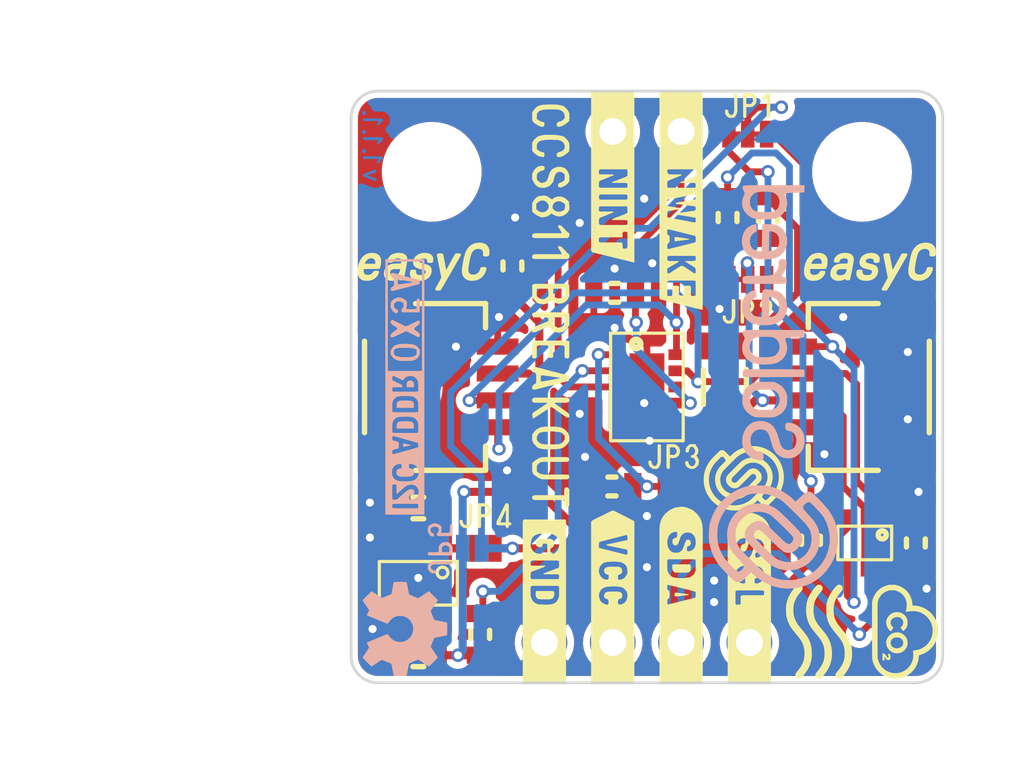
<source format=kicad_pcb>
(kicad_pcb (version 20210623) (generator pcbnew)
  (title_block (title "CCS811 breakout") (date "2021-06-10") (rev "V1.1.1.") (company "SOLDERED") (comment 1 "333009"))
  (layers (0 "F.Cu" signal) (31 "B.Cu" signal) (34 "B.Paste" user) (35 "F.Paste" user) (36 "B.SilkS" user "B.Silkscreen") (37 "F.SilkS" user "F.Silkscreen") (38 "B.Mask" user) (39 "F.Mask" user) (44 "Edge.Cuts" user))
  (net 0 "")
  (net 1 "3V3")
  (net 2 "GND")
  (net 3 "Net-(C2-Pad2)")
  (net 4 "SDA_PULL5")
  (net 5 "5V")
  (net 6 "SCL_PULL5")
  (net 7 "SDA_PULL3,3")
  (net 8 "SCL_PULL3,3")
  (net 9 "NWAKE")
  (net 10 "NINT")
  (net 11 "SCL5")
  (net 12 "SDA5")
  (net 13 "SDA3,3")
  (net 14 "SCL3,3")
  (net 15 "Net-(R2-Pad1)")
  (net 16 "Net-(U2-Pad4)")
  (net 18 "Net-(JP3-Pad1)")
  (footprint "buzzardLabel" (layer "F.Cu") (at 102.2 122.2 -90)
    (fp_text reference "" (at 0 0 90) (layer "F.SilkS") (effects (font (size 1.27 1.27))))
    (fp_text value "" (at 0 0 90) (layer "F.SilkS") (effects (font (size 1.27 1.27))))
  )
  (footprint "e-radionica.com footprinti:1206C" (layer "F.Cu") (at 108.7 125.2 -90)
    (fp_text reference "C1")
    (fp_text value "10uF")
    (pad "1" smd rect locked (at -1.525 0) (size 1.75 1) (layers "F.Cu" "F.Paste" "F.Mask") (net 2 "GND"))
    (pad "2" smd rect locked (at 1.525 0) (size 1.75 1) (layers "F.Cu" "F.Paste" "F.Mask") (net 1 "3V3"))
  )
  (footprint "Soldered Graphics:Logo-Back-OSH-3.5mm" (layer "F.Cu") (at 96.8 134.2 -90)
    (fp_text reference "G***" hide)
    (fp_text value "LOGO" hide)
  )
  (footprint "Soldered Graphics:Logo-Front-Soldered-3mm" (layer "F.Cu") (at 109.4 128.6 -90)
    (fp_text reference "G***" hide)
    (fp_text value "LOGO" hide)
  )
  (footprint "buzzardLabel" (layer "F.Cu") (at 109.55 122.4)
    (fp_text reference "" (at 0 0) (layer "F.SilkS") (effects (font (size 1.27 1.27))))
    (fp_text value "" (at 0 0) (layer "F.SilkS") (effects (font (size 1.27 1.27))))
  )
  (footprint "e-radionica.com footprinti:0603R" (layer "F.Cu") (at 104.6 121.7)
    (fp_text reference "R6")
    (fp_text value "4.7k")
    (pad "1" smd rect locked (at -0.775 0 90) (size 1 0.64) (layers "F.Cu" "F.Paste" "F.Mask") (net 2 "GND"))
    (pad "2" smd rect locked (at 0.775 0 90) (size 1 0.64) (layers "F.Cu" "F.Paste" "F.Mask") (net 9 "NWAKE"))
  )
  (footprint "buzzardLabel" (layer "F.Cu") (at 101.99 136.6 -90)
    (fp_text reference "" (at 0 0 90) (layer "F.SilkS") (effects (font (size 1.27 1.27))))
    (fp_text value "" (at 0 0 90) (layer "F.SilkS") (effects (font (size 1.27 1.27))))
  )
  (footprint "e-radionica.com footprinti:0603R" (layer "F.Cu") (at 100.8 120.7 -90)
    (fp_text reference "R1")
    (fp_text value "4.7k")
    (pad "1" smd rect locked (at -0.775 0) (size 1 0.64) (layers "F.Cu" "F.Paste" "F.Mask") (net 10 "NINT"))
    (pad "2" smd rect locked (at 0.775 0) (size 1 0.64) (layers "F.Cu" "F.Paste" "F.Mask") (net 1 "3V3"))
  )
  (footprint "buzzardLabel" (layer "F.Cu") (at 109.61 136.6 -90)
    (fp_text reference "" (at 0 0 90) (layer "F.SilkS") (effects (font (size 1.27 1.27))))
    (fp_text value "" (at 0 0 90) (layer "F.SilkS") (effects (font (size 1.27 1.27))))
  )
  (footprint "e-radionica.com footprinti:SMD_JUMPER_3_PAD_TRACE" (layer "F.Cu") (at 109.55 121.2)
    (fp_text reference "JP2")
    (fp_text value "SMD_JUMPER_3_PAD_TRACE")
    (fp_poly (pts (xy 0.45 0.05) (xy 0.25 0.05) (xy 0.25 -0.05) (xy 0.45 -0.05)) (layer "F.Cu") (width 0.1) (fill solid))
    (fp_poly (pts (xy -0.25 0.05) (xy -0.45 0.05) (xy -0.45 -0.05) (xy -0.25 -0.05)) (layer "F.Cu") (width 0.1) (fill solid))
    (pad "1" smd rect locked (at -0.7 0 180) (size 0.5 1) (layers "F.Cu" "F.Mask") (net 8 "SCL_PULL3,3"))
    (pad "2" smd custom locked (at 0 0 180) (size 0.5 1) (layers "F.Cu" "F.Mask") (net 1 "3V3") (options (clearance outline) (anchor rect)) (primitives))
    (pad "3" smd rect locked (at 0.7 0 180) (size 0.5 1) (layers "F.Cu" "F.Mask") (net 7 "SDA_PULL3,3"))
  )
  (footprint "e-radionica.com footprinti:0603R" (layer "F.Cu") (at 111.9 130.9 -90)
    (fp_text reference "R4")
    (fp_text value "10k")
    (pad "1" smd rect locked (at -0.775 0) (size 1 0.64) (layers "F.Cu" "F.Paste" "F.Mask") (net 6 "SCL_PULL5"))
    (pad "2" smd rect locked (at 0.775 0) (size 1 0.64) (layers "F.Cu" "F.Paste" "F.Mask") (net 11 "SCL5"))
  )
  (footprint "e-radionica.com footprinti:0603R" (layer "F.Cu") (at 99.6 134.4 -90)
    (fp_text reference "R2")
    (fp_text value "4.7k")
    (pad "1" smd rect locked (at -0.775 0) (size 1 0.64) (layers "F.Cu" "F.Paste" "F.Mask") (net 15 "Net-(R2-Pad1)"))
    (pad "2" smd rect locked (at 0.775 0) (size 1 0.64) (layers "F.Cu" "F.Paste" "F.Mask") (net 1 "3V3"))
  )
  (footprint "Soldered Graphics:Symbol-Front-Air-Quality" (layer "F.Cu") (at 112.2 134.3 90)
    (fp_text reference "G***" hide)
    (fp_text value "LOGO" hide)
  )
  (footprint "e-radionica.com footprinti:SMD-JUMPER-CONNECTED_TRACE_SLODERMASK" (layer "F.Cu") (at 99.8 131.2)
    (fp_text reference "JP4")
    (fp_text value "SMD-JUMPER-CONNECTED_TRACE_SLODERMASK")
    (fp_poly (pts (xy 0.1 0.1) (xy -0.1 0.1) (xy -0.1 -0.1) (xy 0.1 -0.1)) (layer "F.Cu") (width 0.1) (fill solid))
    (pad "1" smd rect locked (at -0.35 0) (size 0.5 1) (layers "F.Cu" "F.Mask") (net 3 "Net-(C2-Pad2)"))
    (pad "2" smd rect locked (at 0.35 0) (size 0.5 1) (layers "F.Cu" "F.Mask") (net 5 "5V"))
  )
  (footprint "e-radionica.com footprinti:SOT-23-5" (layer "F.Cu") (at 97.3 132.5 -90)
    (fp_text reference "U3")
    (fp_text value "SE5218")
    (pad "1" smd rect (at -1.3 -0.95 270) (size 1.1 0.6) (layers "F.Cu" "F.Paste" "F.Mask") (net 3 "Net-(C2-Pad2)"))
    (pad "2" smd rect (at -1.3 0 270) (size 1.1 0.6) (layers "F.Cu" "F.Paste" "F.Mask") (net 2 "GND"))
    (pad "3" smd rect (at -1.3 0.95 270) (size 1.1 0.6) (layers "F.Cu" "F.Paste" "F.Mask") (net 3 "Net-(C2-Pad2)"))
    (pad "4" smd rect (at 1.3 0.95 270) (size 1.1 0.6) (layers "F.Cu" "F.Paste" "F.Mask"))
    (pad "5" smd rect (at 1.3 -0.95 270) (size 1.1 0.6) (layers "F.Cu" "F.Paste" "F.Mask") (net 1 "3V3"))
  )
  (footprint "buzzardLabel" (layer "F.Cu") (at 104.53 136.6 -90)
    (fp_text reference "" (at 0 0 90) (layer "F.SilkS") (effects (font (size 1.27 1.27))))
    (fp_text value "" (at 0 0 90) (layer "F.SilkS") (effects (font (size 1.27 1.27))))
  )
  (footprint "e-radionica.com footprinti:0603R" (layer "F.Cu") (at 115.8 131 90)
    (fp_text reference "R7")
    (fp_text value "10k")
    (pad "1" smd rect locked (at -0.775 0 180) (size 1 0.64) (layers "F.Cu" "F.Paste" "F.Mask") (net 12 "SDA5"))
    (pad "2" smd rect locked (at 0.775 0 180) (size 1 0.64) (layers "F.Cu" "F.Paste" "F.Mask") (net 4 "SDA_PULL5"))
  )
  (footprint "e-radionica.com footprinti:0603R" (layer "F.Cu") (at 110.3 118.9 90)
    (fp_text reference "R3")
    (fp_text value "10k")
    (pad "1" smd rect locked (at -0.775 0 180) (size 1 0.64) (layers "F.Cu" "F.Paste" "F.Mask") (net 7 "SDA_PULL3,3"))
    (pad "2" smd rect locked (at 0.775 0 180) (size 1 0.64) (layers "F.Cu" "F.Paste" "F.Mask") (net 13 "SDA3,3"))
  )
  (footprint "e-radionica.com footprinti:0603R" (layer "F.Cu") (at 108.8 118.9 -90)
    (fp_text reference "R8")
    (fp_text value "10k")
    (pad "1" smd rect locked (at -0.775 0) (size 1 0.64) (layers "F.Cu" "F.Paste" "F.Mask") (net 14 "SCL3,3"))
    (pad "2" smd rect locked (at 0.775 0) (size 1 0.64) (layers "F.Cu" "F.Paste" "F.Mask") (net 8 "SCL_PULL3,3"))
  )
  (footprint "Soldered Graphics:Logo-Front-easyC-5mm" (layer "F.Cu") (at 114.1 120.7)
    (fp_text reference "G***" hide)
    (fp_text value "LOGO" hide)
  )
  (footprint "e-radionica.com footprinti:FIDUCIAL_23" (layer "F.Cu") (at 96.6 125.2 -90)
    (fp_text reference "FD1")
    (fp_text value "FIDUCIAL")
    (fp_circle (center 0 0) (end 1 0) (layer "F.Cu") (width 0.2) (fill none))
    (pad "1" smd circle (at 0 0 270) (size 1 1) (layers "F.Cu" "F.Paste" "F.Mask") (clearance 1.1))
  )
  (footprint "e-radionica.com footprinti:easyC-connector" (layer "F.Cu") (at 98.1 125.2 90)
    (fp_text reference "K3")
    (fp_text value "easyC-SMD")
    (pad "1" smd rect locked (at -1.5 2.15 90) (size 0.6 1.55) (layers "F.Cu" "F.Paste" "F.Mask") (net 14 "SCL3,3"))
    (pad "2" smd rect locked (at -0.5 2.15 90) (size 0.6 1.55) (layers "F.Cu" "F.Paste" "F.Mask") (net 13 "SDA3,3"))
    (pad "3" smd rect locked (at 0.5 2.15 90) (size 0.6 1.55) (layers "F.Cu" "F.Paste" "F.Mask") (net 1 "3V3"))
    (pad "4" smd rect locked (at 1.5 2.15 90) (size 0.6 1.55) (layers "F.Cu" "F.Paste" "F.Mask") (net 2 "GND"))
    (pad "5" smd rect locked (at -2.6 -2.15 90) (size 1.2 1.8) (layers "F.Cu" "F.Paste" "F.Mask") (net 2 "GND"))
    (pad "5" smd rect locked (at 2.6 -2.15 90) (size 1.2 1.8) (layers "F.Cu" "F.Paste" "F.Mask") (net 2 "GND"))
  )
  (footprint "Soldered Graphics:Symbol-Front-CO2" (layer "F.Cu") (at 115.4 134.3 -90)
    (fp_text reference "G***" hide)
    (fp_text value "LOGO" hide)
  )
  (footprint "buzzardLabel" (layer "F.Cu") (at 109.55 114.75)
    (fp_text reference "" (at 0 0) (layer "F.SilkS") (effects (font (size 1.27 1.27))))
    (fp_text value "" (at 0 0) (layer "F.SilkS") (effects (font (size 1.27 1.27))))
  )
  (footprint "e-radionica.com footprinti:0603C" (layer "F.Cu") (at 97.3 135.2)
    (fp_text reference "C3")
    (fp_text value "2.2uF")
    (pad "1" smd rect locked (at -0.73 0) (size 0.66 1) (layers "F.Cu" "F.Paste" "F.Mask") (net 2 "GND"))
    (pad "2" smd rect locked (at 0.73 0) (size 0.66 1) (layers "F.Cu" "F.Paste" "F.Mask") (net 1 "3V3"))
  )
  (footprint "Soldered Graphics:Logo-Back-SolderedFULL-15mm" (layer "F.Cu") (at 110.5 125.2 -90)
    (fp_text reference "REF**" hide)
    (fp_text value "Logo-Front-SolderedFULL-15mm" hide)
  )
  (footprint "buzzardLabel" (layer "F.Cu") (at 107.07 136.6 -90)
    (fp_text reference "" (at 0 0 90) (layer "F.SilkS") (effects (font (size 1.27 1.27))))
    (fp_text value "" (at 0 0 90) (layer "F.SilkS") (effects (font (size 1.27 1.27))))
  )
  (footprint "buzzardLabel" (layer "F.Cu") (at 99.8 130)
    (fp_text reference "" (at 0 0) (layer "F.SilkS") (effects (font (size 1.27 1.27))))
    (fp_text value "" (at 0 0) (layer "F.SilkS") (effects (font (size 1.27 1.27))))
  )
  (footprint "buzzardLabel" (layer "F.Cu") (at 104.53 113.8 -90)
    (fp_text reference "" (at 0 0 90) (layer "F.SilkS") (effects (font (size 1.27 1.27))))
    (fp_text value "" (at 0 0 90) (layer "F.SilkS") (effects (font (size 1.27 1.27))))
  )
  (footprint "e-radionica.com footprinti:SOT-363" (layer "F.Cu") (at 113.9 131 -90)
    (fp_text reference "U1")
    (fp_text value "NMOS-DUAL")
    (pad "1" smd rect locked (at -0.92 -0.65) (size 0.3 0.66) (layers "F.Cu" "F.Paste" "F.Mask") (net 13 "SDA3,3"))
    (pad "2" smd rect locked (at -0.92 0) (size 0.3 0.66) (layers "F.Cu" "F.Paste" "F.Mask") (net 1 "3V3"))
    (pad "3" smd rect locked (at -0.92 0.65) (size 0.3 0.66) (layers "F.Cu" "F.Paste" "F.Mask") (net 11 "SCL5"))
    (pad "4" smd rect locked (at 0.92 0.65) (size 0.3 0.66) (layers "F.Cu" "F.Paste" "F.Mask") (net 14 "SCL3,3"))
    (pad "5" smd rect locked (at 0.92 0) (size 0.3 0.66) (layers "F.Cu" "F.Paste" "F.Mask") (net 1 "3V3"))
    (pad "6" smd rect locked (at 0.92 -0.65) (size 0.3 0.66) (layers "F.Cu" "F.Paste" "F.Mask") (net 12 "SDA5"))
  )
  (footprint "e-radionica.com footprinti:easyC-connector" (layer "F.Cu") (at 113.5 125.2 -90)
    (fp_text reference "K4")
    (fp_text value "easyC-SMD")
    (pad "1" smd rect locked (at -1.5 2.15 270) (size 0.6 1.55) (layers "F.Cu" "F.Paste" "F.Mask") (net 14 "SCL3,3"))
    (pad "2" smd rect locked (at -0.5 2.15 270) (size 0.6 1.55) (layers "F.Cu" "F.Paste" "F.Mask") (net 13 "SDA3,3"))
    (pad "3" smd rect locked (at 0.5 2.15 270) (size 0.6 1.55) (layers "F.Cu" "F.Paste" "F.Mask") (net 1 "3V3"))
    (pad "4" smd rect locked (at 1.5 2.15 270) (size 0.6 1.55) (layers "F.Cu" "F.Paste" "F.Mask") (net 2 "GND"))
    (pad "5" smd rect locked (at -2.6 -2.15 270) (size 1.2 1.8) (layers "F.Cu" "F.Paste" "F.Mask") (net 2 "GND"))
    (pad "5" smd rect locked (at 2.6 -2.15 270) (size 1.2 1.8) (layers "F.Cu" "F.Paste" "F.Mask") (net 2 "GND"))
  )
  (footprint "e-radionica.com footprinti:CCS811" (layer "F.Cu") (at 105.8 125.2)
    (fp_text reference "U2")
    (fp_text value "CCS811B-JOPR")
    (pad "1" smd rect (at -1.1 -1.2) (size 0.6 0.4) (layers "F.Cu" "F.Paste" "F.Mask") (net 18 "Net-(JP3-Pad1)"))
    (pad "2" smd rect (at -1.1 -0.6) (size 0.6 0.4) (layers "F.Cu" "F.Paste" "F.Mask") (net 15 "Net-(R2-Pad1)"))
    (pad "3" smd rect (at -1.1 0) (size 0.6 0.4) (layers "F.Cu" "F.Paste" "F.Mask") (net 10 "NINT"))
    (pad "4" smd rect (at -1.1 0.6) (size 0.6 0.4) (layers "F.Cu" "F.Paste" "F.Mask") (net 16 "Net-(U2-Pad4)"))
    (pad "5" smd rect (at -1.1 1.2) (size 0.6 0.4) (layers "F.Cu" "F.Paste" "F.Mask") (net 16 "Net-(U2-Pad4)"))
    (pad "6" smd rect (at 1.1 1.2) (size 0.6 0.4) (layers "F.Cu" "F.Paste" "F.Mask") (net 1 "3V3"))
    (pad "7" smd rect (at 1.1 0.6) (size 0.6 0.4) (layers "F.Cu" "F.Paste" "F.Mask") (net 9 "NWAKE"))
    (pad "8" smd rect (at 1.1 0) (size 0.6 0.4) (layers "F.Cu" "F.Paste" "F.Mask"))
    (pad "9" smd rect (at 1.1 -0.6) (size 0.6 0.4) (layers "F.Cu" "F.Paste" "F.Mask") (net 13 "SDA3,3"))
    (pad "10" smd rect (at 1.1 -1.2) (size 0.6 0.4) (layers "F.Cu" "F.Paste" "F.Mask") (net 14 "SCL3,3"))
    (pad "11" smd rect (at 0 0) (size 1.3 2.5) (layers "F.Cu" "F.Paste" "F.Mask") (net 2 "GND"))
  )
  (footprint "buzzardLabel" (layer "F.Cu") (at 106.8 127.8)
    (fp_text reference "" (at 0 0) (layer "F.SilkS") (effects (font (size 1.27 1.27))))
    (fp_text value "" (at 0 0) (layer "F.SilkS") (effects (font (size 1.27 1.27))))
  )
  (footprint "buzzardLabel" (layer "F.Cu") (at 107.07 113.8 -90)
    (fp_text reference "" (at 0 0 90) (layer "F.SilkS") (effects (font (size 1.27 1.27))))
    (fp_text value "" (at 0 0 90) (layer "F.SilkS") (effects (font (size 1.27 1.27))))
  )
  (footprint "e-radionica.com footprinti:0603C" (layer "F.Cu") (at 97.3 129.7)
    (fp_text reference "C2")
    (fp_text value "2.2uF")
    (pad "1" smd rect locked (at -0.73 0) (size 0.66 1) (layers "F.Cu" "F.Paste" "F.Mask") (net 2 "GND"))
    (pad "2" smd rect locked (at 0.73 0) (size 0.66 1) (layers "F.Cu" "F.Paste" "F.Mask") (net 3 "Net-(C2-Pad2)"))
  )
  (footprint "e-radionica.com footprinti:0603R" (layer "F.Cu") (at 104.5 128.9)
    (fp_text reference "R5")
    (fp_text value "4.7k")
    (pad "1" smd rect locked (at -0.775 0 90) (size 1 0.64) (layers "F.Cu" "F.Paste" "F.Mask") (net 2 "GND"))
    (pad "2" smd rect locked (at 0.775 0 90) (size 1 0.64) (layers "F.Cu" "F.Paste" "F.Mask") (net 18 "Net-(JP3-Pad1)"))
  )
  (footprint "e-radionica.com footprinti:HOLE_3.2mm" (layer "F.Cu") (at 113.8 117.2 -90)
    (fp_text reference "H2" hide)
    (fp_text value "HOLE_3.2mm" hide)
    (pad "" np_thru_hole circle locked (at 0 0 270) (size 3.2 3.2) (drill 3.2) (layers F&B.Cu *.Mask))
  )
  (footprint "e-radionica.com footprinti:SMD_JUMPER_3_PAD_TRACE" (layer "F.Cu") (at 109.55 115.8)
    (fp_text reference "JP1")
    (fp_text value "SMD_JUMPER_3_PAD_TRACE")
    (fp_poly (pts (xy -0.25 0.05) (xy -0.45 0.05) (xy -0.45 -0.05) (xy -0.25 -0.05)) (layer "F.Cu") (width 0.1) (fill solid))
    (fp_poly (pts (xy 0.45 0.05) (xy 0.25 0.05) (xy 0.25 -0.05) (xy 0.45 -0.05)) (layer "F.Cu") (width 0.1) (fill solid))
    (pad "1" smd rect locked (at -0.7 0 180) (size 0.5 1) (layers "F.Cu" "F.Mask") (net 6 "SCL_PULL5"))
    (pad "2" smd custom locked (at 0 0 180) (size 0.5 1) (layers "F.Cu" "F.Mask") (net 5 "5V") (options (clearance outline) (anchor rect)) (primitives))
    (pad "3" smd rect locked (at 0.7 0 180) (size 0.5 1) (layers "F.Cu" "F.Mask") (net 4 "SDA_PULL5"))
  )
  (footprint "e-radionica.com footprinti:HOLE_3.2mm" (layer "F.Cu") (at 97.8 117.2 -90)
    (fp_text reference "H1" hide)
    (fp_text value "HOLE_3.2mm" hide)
    (pad "" np_thru_hole circle locked (at 0 0 270) (size 3.2 3.2) (drill 3.2) (layers F&B.Cu *.Mask))
  )
  (footprint "Soldered Graphics:Logo-Front-easyC-5mm" (layer "F.Cu") (at 97.5 120.7)
    (fp_text reference "G***" hide)
    (fp_text value "LOGO" hide)
  )
  (footprint "e-radionica.com footprinti:SMD_JUMPER" (layer "F.Cu") (at 106.8 128.9)
    (fp_text reference "JP3")
    (fp_text value "SMD_JUMPER")
    (pad "1" smd rect locked (at -0.35 0) (size 0.5 1) (layers "F.Cu" "F.Mask") (net 18 "Net-(JP3-Pad1)"))
    (pad "2" smd rect locked (at 0.35 0) (size 0.5 1) (layers "F.Cu" "F.Mask") (net 1 "3V3"))
  )
  (footprint "e-radionica.com footprinti:HEADER_MALE_2X1" (layer "B.Cu") (at 105.8 115.7)
    (fp_text reference "K1")
    (fp_text value "HEADER_MALE_2X1")
    (pad "1" thru_hole circle locked (at -1.27 0) (size 1.524 1.524) (drill 1) (layers *.Cu *.Mask) (net 10 "NINT"))
    (pad "2" thru_hole circle locked (at 1.27 0) (size 1.524 1.524) (drill 1) (layers *.Cu *.Mask) (net 9 "NWAKE"))
  )
  (footprint "e-radionica.com footprinti:SMD_JUMPER" (layer "B.Cu") (at 99.3 131.2 180)
    (fp_text reference "JP5")
    (fp_text value "SMD_JUMPER")
    (pad "1" smd rect locked (at -0.35 0 180) (size 0.5 1) (layers "B.Cu" "B.Mask") (net 5 "5V"))
    (pad "2" smd rect locked (at 0.35 0 180) (size 0.5 1) (layers "B.Cu" "B.Mask") (net 1 "3V3"))
  )
  (footprint "buzzardLabel" (layer "B.Cu") (at 98.1 131.2 90)
    (fp_text reference "" (at 0 0 90) (layer "B.SilkS") (effects (font (size 1.27 1.27)) (justify mirror)))
    (fp_text value "" (at 0 0 90) (layer "B.SilkS") (effects (font (size 1.27 1.27)) (justify mirror)))
  )
  (footprint "buzzardLabel" (layer "B.Cu") (at 96.8 122.6 90)
    (fp_text reference "" (at 0 0 90) (layer "B.SilkS") (effects (font (size 1.27 1.27)) (justify mirror)))
    (fp_text value "" (at 0 0 90) (layer "B.SilkS") (effects (font (size 1.27 1.27)) (justify mirror)))
  )
  (footprint "Soldered Graphics:Version1.1.1." (layer "B.Cu") (at 95.6 116.2 90)
    (fp_text reference "REF**" hide)
    (fp_text value "Version1.1.1." hide)
    (fp_poly (pts (xy 0.21 -0.35) (xy 0.26 -0.35) (xy 0.28 -0.31) (xy 0.28 0.35) (xy 0.24 0.38) (xy 0.19 0.38) (xy 0.15 0.34) (xy 0.04 0.22) (xy 0.02 0.17) (xy 0.05 0.16) (xy 0.14 0.22) (xy 0.18 0.23) (xy 0.18 -0.31) (xy 0.21 -0.35)) (layer "B.Cu") (width 0.01) (fill solid))
    (fp_poly (pts (xy -0.5 -0.35) (xy -0.44 -0.35) (xy -0.43 -0.31) (xy -0.43 0.35) (xy -0.46 0.38) (xy -0.52 0.38) (xy -0.55 0.34) (xy -0.67 0.22) (xy -0.68 0.17) (xy -0.65 0.16) (xy -0.56 0.22) (xy -0.52 0.23) (xy -0.52 -0.31) (xy -0.5 -0.35)) (layer "B.Cu") (width 0.01) (fill solid))
    (fp_poly (pts (xy 0.43 -0.38) (xy 0.48 -0.38) (xy 0.54 -0.37) (xy 0.54 -0.33) (xy 0.54 -0.27) (xy 0.5 -0.26) (xy 0.45 -0.26) (xy 0.42 -0.29) (xy 0.42 -0.34) (xy 0.43 -0.38)) (layer "B.Cu") (width 0.01) (fill solid))
    (fp_poly (pts (xy -1.15 -0.35) (xy -1.1 -0.35) (xy -1.07 -0.31) (xy -0.92 0.1) (xy -0.94 0.13) (xy -0.99 0.13) (xy -1.02 0.1) (xy -1.11 -0.16) (xy -1.13 -0.21) (xy -1.15 -0.17) (xy -1.24 0.09) (xy -1.26 0.13) (xy -1.32 0.13) (xy -1.34 0.1) (xy -1.18 -0.31) (xy -1.15 -0.35)) (layer "B.Cu") (width 0.01) (fill solid))
    (fp_poly (pts (xy 0.91 -0.35) (xy 0.96 -0.35) (xy 0.98 -0.31) (xy 0.98 0.35) (xy 0.95 0.38) (xy 0.89 0.38) (xy 0.86 0.34) (xy 0.74 0.22) (xy 0.73 0.17) (xy 0.76 0.16) (xy 0.85 0.22) (xy 0.89 0.23) (xy 0.89 -0.31) (xy 0.91 -0.35)) (layer "B.Cu") (width 0.01) (fill solid))
    (fp_poly (pts (xy 1.14 -0.38) (xy 1.19 -0.38) (xy 1.24 -0.37) (xy 1.25 -0.33) (xy 1.25 -0.27) (xy 1.2 -0.26) (xy 1.15 -0.26) (xy 1.12 -0.29) (xy 1.12 -0.34) (xy 1.14 -0.38)) (layer "B.Cu") (width 0.01) (fill solid))
    (fp_poly (pts (xy -0.27 -0.38) (xy -0.22 -0.38) (xy -0.17 -0.37) (xy -0.16 -0.33) (xy -0.16 -0.27) (xy -0.21 -0.26) (xy -0.26 -0.26) (xy -0.29 -0.29) (xy -0.29 -0.34) (xy -0.27 -0.38)) (layer "B.Cu") (width 0.01) (fill solid))
  )
  (footprint "e-radionica.com footprinti:HEADER_MALE_4X1" (layer "B.Cu") (at 105.8 134.7)
    (fp_text reference "K2")
    (fp_text value "HEADER_MALE_4X1")
    (pad "1" thru_hole circle locked (at -3.81 0) (size 1.7 1.7) (drill 1) (layers *.Cu *.Mask) (net 2 "GND"))
    (pad "2" thru_hole circle locked (at -1.27 0) (size 1.7 1.7) (drill 1) (layers *.Cu *.Mask) (net 5 "5V"))
    (pad "3" thru_hole circle locked (at 1.27 0) (size 1.7 1.7) (drill 1) (layers *.Cu *.Mask) (net 12 "SDA5"))
    (pad "4" thru_hole circle locked (at 3.81 0) (size 1.7 1.7) (drill 1) (layers *.Cu *.Mask) (net 11 "SCL5"))
  )
  (footprint "Soldered Graphics:Symbol-Front-I2C-ADDR-Field" (layer "B.Cu") (at 96.8 125.2 90)
    (fp_text reference "REF**" hide)
    (fp_text value "Symbol-Front-I2C-ADDR-Field" hide)
  )
  (gr_line (start 95.8 114.2) (end 115.8 114.2) (layer "Edge.Cuts") (width 0.1))
  (gr_arc (start 95.8 135.2) (end 95.8 136.2) (angle 90) (layer "Edge.Cuts") (width 0.1))
  (gr_line (start 116.8 115.2) (end 116.8 135.2) (layer "Edge.Cuts") (width 0.1))
  (gr_arc (start 115.8 115.2) (end 116.8 115.2) (angle -90) (layer "Edge.Cuts") (width 0.1))
  (gr_arc (start 115.8 135.2) (end 116.8 135.2) (angle 90) (layer "Edge.Cuts") (width 0.1))
  (gr_arc (start 95.8 115.2) (end 94.8 115.2) (angle 90) (layer "Edge.Cuts") (width 0.1))
  (gr_line (start 115.8 136.2) (end 95.8 136.2) (layer "Edge.Cuts") (width 0.1))
  (gr_line (start 94.8 135.2) (end 94.8 115.2) (layer "Edge.Cuts") (width 0.1))
  (segment (start 103.4 130.7) (end 101.8 129.1) (width 0.3) (layer "F.Cu") (net 1))
  (segment (start 101.8 122.8) (end 101.8 125.1) (width 0.3) (layer "F.Cu") (net 1))
  (segment (start 106.2 130.7) (end 103.4 130.7) (width 0.3) (layer "F.Cu") (net 1))
  (segment (start 113.9 130.08) (end 113.9 131.92) (width 0.254) (layer "F.Cu") (net 1))
  (segment (start 101.8 129.1) (end 100.7 129.1) (width 0.3) (layer "F.Cu") (net 1))
  (segment (start 99 129.1) (end 100.7 129.1) (width 0.3) (layer "F.Cu") (net 1))
  (segment (start 98.03 134.67) (end 98.03 135.2) (width 0.3) (layer "F.Cu") (net 1))
  (segment (start 107.15 129.75) (end 106.2 130.7) (width 0.3) (layer "F.Cu") (net 1))
  (segment (start 109.55 120.604293) (end 109.536566 120.590859) (width 0.254) (layer "F.Cu") (net 1))
  (segment (start 110.1 125.7) (end 109.825 125.7) (width 0.3) (layer "F.Cu") (net 1))
  (segment (start 100.9 129.1) (end 101.8 128.2) (width 0.3) (layer "F.Cu") (net 1))
  (segment (start 113.9 129.7) (end 113.1 128.9) (width 0.254) (layer "F.Cu") (net 1))
  (segment (start 113.9 130.08) (end 113.9 129.7) (width 0.254) (layer "F.Cu") (net 1))
  (segment (start 98.25 133.8) (end 98.25 134.45) (width 0.3) (layer "F.Cu") (net 1))
  (segment (start 107.15 128.9) (end 107.15 127.3) (width 0.3) (layer "F.Cu") (net 1))
  (segment (start 111.35 125.7) (end 110.1 125.7) (width 0.3) (layer "F.Cu") (net 1))
  (segment (start 109.55 121.2) (end 109.55 120.604293) (width 0.254) (layer "F.Cu") (net 1))
  (segment (start 112.5 125.7) (end 111.35 125.7) (width 0.254) (layer "F.Cu") (net 1))
  (segment (start 101.8 125.1) (end 101.4 124.7) (width 0.3) (layer "F.Cu") (net 1))
  (segment (start 101.8 128.2) (end 101.8 125.1) (width 0.3) (layer "F.Cu") (net 1))
  (segment (start 98.25 134.45) (end 98.03 134.67) (width 0.3) (layer "F.Cu") (net 1))
  (segment (start 113.1 128.9) (end 113.1 126.3) (width 0.254) (layer "F.Cu") (net 1))
  (segment (start 107.15 127.3) (end 107.725 126.725) (width 0.3) (layer "F.Cu") (net 1))
  (segment (start 98.055 135.175) (end 98.03 135.2) (width 0.3) (layer "F.Cu") (net 1))
  (segment (start 98.375 135.175) (end 98.055 135.175) (width 0.3) (layer "F.Cu") (net 1))
  (segment (start 101.4 124.7) (end 100.25 124.7) (width 0.3) (layer "F.Cu") (net 1))
  (segment (start 107.15 128.9) (end 107.15 129.75) (width 0.3) (layer "F.Cu") (net 1))
  (segment (start 109.825 125.7) (end 108.8 126.725) (width 0.3) (layer "F.Cu") (net 1))
  (segment (start 99.6 135.175) (end 98.375 135.175) (width 0.3) (layer "F.Cu") (net 1))
  (segment (start 113.1 126.3) (end 112.5 125.7) (width 0.254) (layer "F.Cu") (net 1))
  (segment (start 107.725 126.725) (end 107.225 126.725) (width 0.3) (layer "F.Cu") (net 1))
  (segment (start 100.8 121.8) (end 101.8 122.8) (width 0.3) (layer "F.Cu") (net 1))
  (segment (start 107.225 126.725) (end 106.9 126.4) (width 0.3) (layer "F.Cu") (net 1))
  (segment (start 100.7 129.1) (end 100.9 129.1) (width 0.3) (layer "F.Cu") (net 1))
  (segment (start 108.8 126.725) (end 107.725 126.725) (width 0.3) (layer "F.Cu") (net 1))
  (segment (start 100.8 121.475) (end 100.8 121.8) (width 0.3) (layer "F.Cu") (net 1))
  (segment (start 98.375 135.175) (end 98.205 135.175) (width 0.3) (layer "F.Cu") (net 1))
  (via (at 99 129.1) (size 0.5) (drill 0.3) (layers "F.Cu" "B.Cu") (net 1))
  (via (at 109.536566 120.590859) (size 0.5) (drill 0.3) (layers "F.Cu" "B.Cu") (net 1))
  (via (at 110.1 125.7) (size 0.5) (drill 0.3) (layers "F.Cu" "B.Cu") (net 1))
  (via (at 98.775 135.175) (size 0.5) (drill 0.3) (layers "F.Cu" "B.Cu") (net 1))
  (segment (start 98.95 129.15) (end 98.95 131.2) (width 0.3) (layer "B.Cu") (net 1))
  (segment (start 109.6 120.654293) (end 109.6 125.2) (width 0.254) (layer "B.Cu") (net 1))
  (segment (start 109.536566 120.590859) (end 109.6 120.654293) (width 0.254) (layer "B.Cu") (net 1))
  (segment (start 98.95 135) (end 98.775 135.175) (width 0.3) (layer "B.Cu") (net 1))
  (segment (start 98.95 131.2) (end 98.95 135) (width 0.3) (layer "B.Cu") (net 1))
  (segment (start 99 129.1) (end 98.95 129.15) (width 0.3) (layer "B.Cu") (net 1))
  (segment (start 109.6 125.2) (end 110.1 125.7) (width 0.254) (layer "B.Cu") (net 1))
  (via (at 105.9 127.2) (size 0.5) (drill 0.3) (layers "F.Cu" "B.Cu") (net 2))
  (via (at 104.6 123) (size 0.5) (drill 0.3) (layers "F.Cu" "B.Cu") (net 2))
  (via (at 115.5 126.4) (size 0.5) (drill 0.3) (layers "F.Cu" "B.Cu") (net 2))
  (via (at 105.8 130) (size 0.5) (drill 0.3) (layers "F.Cu" "B.Cu") (net 2))
  (via (at 105.7 118.2) (size 0.5) (drill 0.3) (layers "F.Cu" "B.Cu") (net 2))
  (via (at 108.5 122.3) (size 0.5) (drill 0.3) (layers "F.Cu" "B.Cu") (net 2))
  (via (at 105.8 131.9) (size 0.5) (drill 0.3) (layers "F.Cu" "B.Cu") (net 2))
  (via (at 95.6 134.2) (size 0.5) (drill 0.3) (layers "F.Cu" "B.Cu") (net 2))
  (via (at 100.6 128.3) (size 0.5) (drill 0.3) (layers "F.Cu" "B.Cu") (net 2))
  (via (at 112.4 127.7) (size 0.5) (drill 0.3) (layers "F.Cu" "B.Cu") (net 2))
  (via (at 95.5 129.5) (size 0.5) (drill 0.3) (layers "F.Cu" "B.Cu") (net 2))
  (via (at 103.5 127.8) (size 0.5) (drill 0.3) (layers "F.Cu" "B.Cu") (net 2))
  (via (at 100.9 118.9) (size 0.5) (drill 0.3) (layers "F.Cu" "B.Cu") (net 2))
  (via (at 104.6 120.8) (size 0.5) (drill 0.3) (layers "F.Cu" "B.Cu") (net 2))
  (via (at 108.3 132.4) (size 0.5) (drill 0.3) (layers "F.Cu" "B.Cu") (net 2))
  (via (at 115.9 129.1) (size 0.5) (drill 0.3) (layers "F.Cu" "B.Cu") (net 2))
  (via (at 115.5 123.9) (size 0.5) (drill 0.3) (layers "F.Cu" "B.Cu") (net 2))
  (via (at 113.1 122.6) (size 0.5) (drill 0.3) (layers "F.Cu" "B.Cu") (net 2))
  (via (at 106 120.6) (size 0.5) (drill 0.3) (layers "F.Cu" "B.Cu") (net 2))
  (via (at 105.7 125.8) (size 0.5) (drill 0.3) (layers "F.Cu" "B.Cu") (net 2))
  (via (at 116.2 132.7) (size 0.5) (drill 0.3) (layers "F.Cu" "B.Cu") (net 2))
  (via (at 97.3 132.3) (size 0.5) (drill 0.3) (layers "F.Cu" "B.Cu") (net 2))
  (via (at 100.3 122.6) (size 0.5) (drill 0.3) (layers "F.Cu" "B.Cu") (net 2))
  (via (at 95.5 130.8) (size 0.5) (drill 0.3) (layers "F.Cu" "B.Cu") (net 2))
  (via (at 108.3 133.2) (size 0.5) (drill 0.3) (layers "F.Cu" "B.Cu") (net 2))
  (via (at 98.7 123.7) (size 0.5) (drill 0.3) (layers "F.Cu" "B.Cu") (net 2))
  (via (at 103.3 126.2) (size 0.5) (drill 0.3) (layers "F.Cu" "B.Cu") (net 2))
  (via (at 103.3 119.1) (size 0.5) (drill 0.3) (layers "F.Cu" "B.Cu") (net 2))
  (segment (start 98.25 132.45) (end 98.25 131.2) (width 0.254) (layer "F.Cu") (net 3))
  (segment (start 96.35 132.45) (end 97 133.1) (width 0.254) (layer "F.Cu") (net 3))
  (segment (start 98.03 130.13) (end 98.25 130.35) (width 0.3) (layer "F.Cu") (net 3))
  (segment (start 98.03 129.7) (end 98.03 130.13) (width 0.3) (layer "F.Cu") (net 3))
  (segment (start 96.35 132.45) (end 96.35 131.2) (width 0.254) (layer "F.Cu") (net 3))
  (segment (start 97.6 133.1) (end 98.25 132.45) (width 0.254) (layer "F.Cu") (net 3))
  (segment (start 99.45 131.2) (end 98.25 131.2) (width 0.3) (layer "F.Cu") (net 3))
  (segment (start 98.25 130.35) (end 98.25 131.2) (width 0.3) (layer "F.Cu") (net 3))
  (segment (start 97 133.1) (end 97.6 133.1) (width 0.254) (layer "F.Cu") (net 3))
  (segment (start 99 131.2) (end 98.25 131.2) (width 0.3) (layer "F.Cu") (net 3))
  (segment (start 115.775 130.225) (end 115.8 130.225) (width 0.254) (layer "F.Cu") (net 4))
  (segment (start 111.6 116.9) (end 111.6 118.8) (width 0.254) (layer "F.Cu") (net 4))
  (segment (start 114.1 121.3) (end 114.1 128.55) (width 0.254) (layer "F.Cu") (net 4))
  (segment (start 114.1 128.55) (end 115.775 130.225) (width 0.254) (layer "F.Cu") (net 4))
  (segment (start 110.25 115.8) (end 110.5 115.8) (width 0.254) (layer "F.Cu") (net 4))
  (segment (start 111.6 118.8) (end 114.1 121.3) (width 0.254) (layer "F.Cu") (net 4))
  (segment (start 110.5 115.8) (end 111.6 116.9) (width 0.254) (layer "F.Cu") (net 4))
  (segment (start 100.15 131.2) (end 102.6 131.2) (width 0.3) (layer "F.Cu") (net 5))
  (segment (start 109.55 115.15) (end 109.55 115.8) (width 0.254) (layer "F.Cu") (net 5))
  (segment (start 102.6 131.2) (end 104.53 133.13) (width 0.3) (layer "F.Cu") (net 5))
  (segment (start 109.9 114.8) (end 109.55 115.15) (width 0.254) (layer "F.Cu") (net 5))
  (segment (start 104.53 133.13) (end 104.53 134.7) (width 0.3) (layer "F.Cu") (net 5))
  (segment (start 110.8 114.8) (end 109.9 114.8) (width 0.254) (layer "F.Cu") (net 5))
  (via (at 100.8 131.2) (size 0.5) (drill 0.3) (layers "F.Cu" "B.Cu") (net 5))
  (via (at 110.8 114.8) (size 0.5) (drill 0.3) (layers "F.Cu" "B.Cu") (net 5))
  (segment (start 98.5 127.4) (end 99.65 128.55) (width 0.254) (layer "B.Cu") (net 5))
  (segment (start 110.4 114.8) (end 105.9 119.3) (width 0.254) (layer "B.Cu") (net 5))
  (segment (start 98.5 125.4) (end 98.5 127.4) (width 0.254) (layer "B.Cu") (net 5))
  (segment (start 104.6 119.3) (end 98.5 125.4) (width 0.254) (layer "B.Cu") (net 5))
  (segment (start 99.65 128.55) (end 99.65 131.2) (width 0.254) (layer "B.Cu") (net 5))
  (segment (start 105.9 119.3) (end 104.6 119.3) (width 0.254) (layer "B.Cu") (net 5))
  (segment (start 100.8 131.2) (end 99.65 131.2) (width 0.3) (layer "B.Cu") (net 5))
  (segment (start 110.8 114.8) (end 110.4 114.8) (width 0.254) (layer "B.Cu") (net 5))
  (segment (start 109.2 116.8) (end 109.6 117.2) (width 0.254) (layer "F.Cu") (net 6))
  (segment (start 109.6 117.2) (end 110.3 117.2) (width 0.254) (layer "F.Cu") (net 6))
  (segment (start 108.85 115.8) (end 108.85 116.45) (width 0.254) (layer "F.Cu") (net 6))
  (segment (start 111.9 128.7) (end 111.9 130.125) (width 0.254) (layer "F.Cu") (net 6))
  (segment (start 108.85 116.45) (end 109.2 116.8) (width 0.254) (layer "F.Cu") (net 6))
  (via (at 110.3 117.2) (size 0.5) (drill 0.3) (layers "F.Cu" "B.Cu") (net 6))
  (via (at 111.9 128.7) (size 0.5) (drill 0.3) (layers "F.Cu" "B.Cu") (net 6))
  (segment (start 111.6 123.3) (end 111.6 126.6) (width 0.254) (layer "B.Cu") (net 6))
  (segment (start 110.3 117.2) (end 110.3 122) (width 0.254) (layer "B.Cu") (net 6))
  (segment (start 111.6 126.6) (end 111.6 128.4) (width 0.254) (layer "B.Cu") (net 6))
  (segment (start 110.3 122) (end 111.6 123.3) (width 0.254) (layer "B.Cu") (net 6))
  (segment (start 111.6 128.4) (end 111.9 128.7) (width 0.254) (layer "B.Cu") (net 6))
  (segment (start 110.3 119.675) (end 110.3 121.15) (width 0.254) (layer "F.Cu") (net 7))
  (segment (start 110.3 121.15) (end 110.25 121.2) (width 0.254) (layer "F.Cu") (net 7))
  (segment (start 108.85 121.2) (end 108.85 119.725) (width 0.254) (layer "F.Cu") (net 8))
  (segment (start 108.85 119.725) (end 108.8 119.675) (width 0.254) (layer "F.Cu") (net 8))
  (segment (start 107.07 118.33) (end 107.07 115.7) (width 0.254) (layer "F.Cu") (net 9))
  (segment (start 105.3 121.625) (end 105.375 121.7) (width 0.254) (layer "F.Cu") (net 9))
  (segment (start 105.3 120.1) (end 107.07 118.33) (width 0.254) (layer "F.Cu") (net 9))
  (segment (start 106.9 125.8) (end 107.406157 125.8) (width 0.254) (layer "F.Cu") (net 9))
  (segment (start 105.3 120.1) (end 105.3 121.625) (width 0.254) (layer "F.Cu") (net 9))
  (segment (start 105.4 122.8) (end 105.3 122.8) (width 0.254) (layer "F.Cu") (net 9))
  (segment (start 107.406157 125.8) (end 107.406158 125.800001) (width 0.254) (layer "F.Cu") (net 9))
  (segment (start 105.375 122.775) (end 105.375 121.7) (width 0.254) (layer "F.Cu") (net 9))
  (segment (start 105.4 122.8) (end 105.375 122.775) (width 0.254) (layer "F.Cu") (net 9))
  (via (at 107.406158 125.800001) (size 0.5) (drill 0.3) (layers "F.Cu" "B.Cu") (net 9))
  (via (at 105.4 122.8) (size 0.5) (drill 0.3) (layers "F.Cu" "B.Cu") (net 9))
  (segment (start 105.4 123.793843) (end 107.406158 125.800001) (width 0.254) (layer "B.Cu") (net 9))
  (segment (start 105.4 122.8) (end 105.4 123.793843) (width 0.254) (layer "B.Cu") (net 9))
  (segment (start 102.9 125.2) (end 102.5 124.8) (width 0.254) (layer "F.Cu") (net 10))
  (segment (start 102.5 117.73) (end 104.53 115.7) (width 0.254) (layer "F.Cu") (net 10))
  (segment (start 101.525 119.925) (end 100.8 119.925) (width 0.254) (layer "F.Cu") (net 10))
  (segment (start 102.2 120.6) (end 101.525 119.925) (width 0.254) (layer "F.Cu") (net 10))
  (segment (start 102.5 124.8) (end 102.5 120.9) (width 0.254) (layer "F.Cu") (net 10))
  (segment (start 102.5 120.9) (end 102.5 117.73) (width 0.254) (layer "F.Cu") (net 10))
  (segment (start 104.5 115.7) (end 104.53 115.7) (width 0.254) (layer "F.Cu") (net 10))
  (segment (start 104.7 125.2) (end 102.9 125.2) (width 0.254) (layer "F.Cu") (net 10))
  (segment (start 102.5 120.9) (end 102.2 120.6) (width 0.254) (layer "F.Cu") (net 10))
  (segment (start 112.6 131.1) (end 112.025 131.675) (width 0.254) (layer "F.Cu") (net 11))
  (segment (start 109.61 133.965) (end 111.9 131.675) (width 0.254) (layer "F.Cu") (net 11))
  (segment (start 109.61 134.7) (end 109.61 133.965) (width 0.254) (layer "F.Cu") (net 11))
  (segment (start 113.25 130.08) (end 113.25 130.45) (width 0.254) (layer "F.Cu") (net 11))
  (segment (start 113.25 130.45) (end 112.6 131.1) (width 0.254) (layer "F.Cu") (net 11))
  (segment (start 114.55 133.55) (end 114.55 131.92) (width 0.254) (layer "F.Cu") (net 12))
  (segment (start 114.695 131.775) (end 114.55 131.92) (width 0.254) (layer "F.Cu") (net 12))
  (segment (start 113.7 134.4) (end 114.55 133.55) (width 0.254) (layer "F.Cu") (net 12))
  (segment (start 115.8 131.775) (end 114.695 131.775) (width 0.254) (layer "F.Cu") (net 12))
  (via (at 113.7 134.4) (size 0.5) (drill 0.3) (layers "F.Cu" "B.Cu") (net 12))
  (segment (start 107.07 132.23) (end 107.07 134.7) (width 0.254) (layer "B.Cu") (net 12))
  (segment (start 107.07 134.43) (end 107.07 134.7) (width 0.254) (layer "B.Cu") (net 12))
  (segment (start 110.7 131.4) (end 107.9 131.4) (width 0.254) (layer "B.Cu") (net 12))
  (segment (start 107.9 131.4) (end 107.07 132.23) (width 0.254) (layer "B.Cu") (net 12))
  (segment (start 113.7 134.4) (end 110.7 131.4) (width 0.254) (layer "B.Cu") (net 12))
  (segment (start 111.4 119.3) (end 111.4 121.7) (width 0.254) (layer "F.Cu") (net 13))
  (segment (start 110.4 124.7) (end 110.5 124.7) (width 0.254) (layer "F.Cu") (net 13))
  (segment (start 113.6 128.7) (end 113.6 125.1) (width 0.254) (layer "F.Cu") (net 13))
  (segment (start 107.3 124.6) (end 106.9 124.6) (width 0.254) (layer "F.Cu") (net 13))
  (segment (start 111.35 124.7) (end 110.5 124.7) (width 0.254) (layer "F.Cu") (net 13))
  (segment (start 114.55 130.08) (end 114.55 129.65) (width 0.254) (layer "F.Cu") (net 13))
  (segment (start 114.55 129.65) (end 113.6 128.7) (width 0.254) (layer "F.Cu") (net 13))
  (segment (start 111.4 121.7) (end 110.1 123) (width 0.254) (layer "F.Cu") (net 13))
  (segment (start 110.1 123) (end 110.1 124.4) (width 0.254) (layer "F.Cu") (net 13))
  (segment (start 100.25 125.7) (end 99.2 125.7) (width 0.254) (layer "F.Cu") (net 13))
  (segment (start 110.3 118.2) (end 111.4 119.3) (width 0.254) (layer "F.Cu") (net 13))
  (segment (start 113.2 124.7) (end 112.5 124.7) (width 0.254) (layer "F.Cu") (net 13))
  (segment (start 107.7 125) (end 107.3 124.6) (width 0.254) (layer "F.Cu") (net 13))
  (segment (start 109.65 125) (end 107.7 125) (width 0.254) (layer "F.Cu") (net 13))
  (segment (start 110.3 118.125) (end 110.3 118.2) (width 0.254) (layer "F.Cu") (net 13))
  (segment (start 110.1 124.4) (end 110.4 124.7) (width 0.254) (layer "F.Cu") (net 13))
  (segment (start 110.5 124.7) (end 109.95 124.7) (width 0.254) (layer "F.Cu") (net 13))
  (segment (start 109.95 124.7) (end 109.65 125) (width 0.254) (layer "F.Cu") (net 13))
  (segment (start 112.5 124.7) (end 111.35 124.7) (width 0.254) (layer "F.Cu") (net 13))
  (segment (start 113.6 125.1) (end 113.2 124.7) (width 0.254) (layer "F.Cu") (net 13))
  (via (at 107.7 125) (size 0.5) (drill 0.3) (layers "F.Cu" "B.Cu") (net 13))
  (via (at 99.2 125.7) (size 0.5) (drill 0.3) (layers "F.Cu" "B.Cu") (net 13))
  (segment (start 107.7 122.5) (end 107.7 125) (width 0.254) (layer "B.Cu") (net 13))
  (segment (start 99.2 125.6) (end 103.1 121.7) (width 0.254) (layer "B.Cu") (net 13))
  (segment (start 106.9 121.7) (end 107.7 122.5) (width 0.254) (layer "B.Cu") (net 13))
  (segment (start 103.1 121.7) (end 106.9 121.7) (width 0.254) (layer "B.Cu") (net 13))
  (segment (start 99.2 125.7) (end 99.2 125.6) (width 0.254) (layer "B.Cu") (net 13))
  (segment (start 113.5 133.2) (end 113.25 132.95) (width 0.254) (layer "F.Cu") (net 14))
  (segment (start 106.9 122.8) (end 106.9 119.6) (width 0.254) (layer "F.Cu") (net 14))
  (segment (start 113.25 132.95) (end 113.25 131.92) (width 0.254) (layer "F.Cu") (net 14))
  (segment (start 106.9 119.6) (end 108.375 118.125) (width 0.254) (layer "F.Cu") (net 14))
  (segment (start 100.3 127.5) (end 100.25 127.45) (width 0.254) (layer "F.Cu") (net 14))
  (segment (start 108.8 117.4) (end 108.8 118.125) (width 0.254) (layer "F.Cu") (net 14))
  (segment (start 106.9 124) (end 106.9 122.8) (width 0.254) (layer "F.Cu") (net 14))
  (segment (start 100.25 127.45) (end 100.25 126.7) (width 0.254) (layer "F.Cu") (net 14))
  (segment (start 111.35 123.7) (end 112.7 123.7) (width 0.254) (layer "F.Cu") (net 14))
  (segment (start 108.375 118.125) (end 108.8 118.125) (width 0.254) (layer "F.Cu") (net 14))
  (via (at 106.9 122.8) (size 0.5) (drill 0.3) (layers "F.Cu" "B.Cu") (net 14))
  (via (at 100.3 127.5) (size 0.5) (drill 0.3) (layers "F.Cu" "B.Cu") (net 14))
  (via (at 108.8 117.4) (size 0.5) (drill 0.3) (layers "F.Cu" "B.Cu") (net 14))
  (via (at 113.5 133.2) (size 0.5) (drill 0.3) (layers "F.Cu" "B.Cu") (net 14))
  (via (at 112.7 123.7) (size 0.5) (drill 0.3) (layers "F.Cu" "B.Cu") (net 14))
  (segment (start 103.54598 122.15402) (end 106.25402 122.15402) (width 0.254) (layer "B.Cu") (net 14))
  (segment (start 111.1 117) (end 111.1 122.1) (width 0.254) (layer "B.Cu") (net 14))
  (segment (start 106.25402 122.15402) (end 106.9 122.8) (width 0.254) (layer "B.Cu") (net 14))
  (segment (start 113.5 133.2) (end 113.5 124.5) (width 0.254) (layer "B.Cu") (net 14))
  (segment (start 100.3 125.4) (end 103.54598 122.15402) (width 0.254) (layer "B.Cu") (net 14))
  (segment (start 108.8 117.4) (end 109.7 116.5) (width 0.254) (layer "B.Cu") (net 14))
  (segment (start 113.5 124.5) (end 112.7 123.7) (width 0.254) (layer "B.Cu") (net 14))
  (segment (start 110.6 116.5) (end 111.1 117) (width 0.254) (layer "B.Cu") (net 14))
  (segment (start 109.7 116.5) (end 110.6 116.5) (width 0.254) (layer "B.Cu") (net 14))
  (segment (start 100.3 127.5) (end 100.3 125.4) (width 0.254) (layer "B.Cu") (net 14))
  (segment (start 111.1 122.1) (end 112.7 123.7) (width 0.254) (layer "B.Cu") (net 14))
  (segment (start 104.7 124.6) (end 103.4 124.6) (width 0.254) (layer "F.Cu") (net 15))
  (segment (start 99.7 133.525) (end 99.6 133.625) (width 0.254) (layer "F.Cu") (net 15))
  (segment (start 99.7 132.8) (end 99.7 133.525) (width 0.254) (layer "F.Cu") (net 15))
  (via (at 103.4 124.6) (size 0.5) (drill 0.3) (layers "F.Cu" "B.Cu") (net 15))
  (via (at 99.7 132.8) (size 0.5) (drill 0.3) (layers "F.Cu" "B.Cu") (net 15))
  (segment (start 100.3 132.8) (end 99.7 132.8) (width 0.254) (layer "B.Cu") (net 15))
  (segment (start 103.4 124.6) (end 102.5 125.5) (width 0.254) (layer "B.Cu") (net 15))
  (segment (start 102.5 125.5) (end 102.5 130.6) (width 0.254) (layer "B.Cu") (net 15))
  (segment (start 102.5 130.6) (end 100.3 132.8) (width 0.254) (layer "B.Cu") (net 15))
  (segment (start 104.7 125.8) (end 104.7 126.4) (width 0.3) (layer "F.Cu") (net 16))
  (segment (start 104.7 124) (end 104 124) (width 0.254) (layer "F.Cu") (net 18))
  (segment (start 105.275 128.9) (end 105.8 128.9) (width 0.254) (layer "F.Cu") (net 18))
  (segment (start 105.8 128.9) (end 106.45 128.9) (width 0.254) (layer "F.Cu") (net 18))
  (via (at 104 124) (size 0.5) (drill 0.3) (layers "F.Cu" "B.Cu") (net 18))
  (via (at 105.8 128.9) (size 0.5) (drill 0.3) (layers "F.Cu" "B.Cu") (net 18))
  (segment (start 104 124) (end 104 127.1) (width 0.254) (layer "B.Cu") (net 18))
  (segment (start 104 127.1) (end 105.8 128.9) (width 0.254) (layer "B.Cu") (net 18))
  (zone (net 2) (net_name "GND") (layers F&B.Cu) (connect_pads (clearance 0.254)) (min_thickness 0.254) (fill yes (thermal_gap 0.254) (thermal_bridge_width 0.254))
    (polygon (pts (xy 94.8 136.2) (xy 94.8 114.2) (xy 116.8 114.2) (xy 116.8 136.2)))
  )
)
</source>
